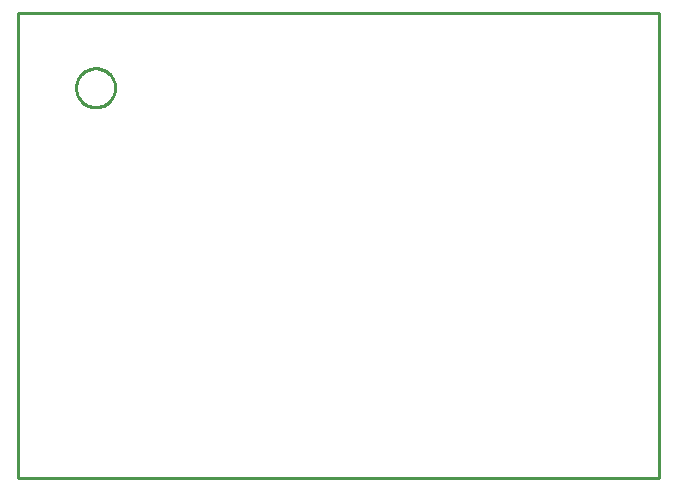
<source format=gbr>
G04 EAGLE Gerber RS-274X export*
G75*
%MOMM*%
%FSLAX34Y34*%
%LPD*%
%IN*%
%IPPOS*%
%AMOC8*
5,1,8,0,0,1.08239X$1,22.5*%
G01*
%ADD10C,0.254000*%


D10*
X76200Y0D02*
X619000Y0D01*
X619000Y393600D01*
X76200Y393600D01*
X76200Y0D01*
X142780Y346710D02*
X143859Y346639D01*
X144931Y346498D01*
X145991Y346287D01*
X147035Y346008D01*
X148059Y345660D01*
X149057Y345246D01*
X150027Y344768D01*
X150963Y344228D01*
X151862Y343627D01*
X152719Y342969D01*
X153532Y342257D01*
X154297Y341492D01*
X155009Y340679D01*
X155667Y339822D01*
X156268Y338923D01*
X156808Y337987D01*
X157286Y337017D01*
X157700Y336019D01*
X158048Y334995D01*
X158327Y333951D01*
X158538Y332891D01*
X158679Y331819D01*
X158750Y330740D01*
X158750Y329660D01*
X158679Y328581D01*
X158538Y327509D01*
X158327Y326449D01*
X158048Y325405D01*
X157700Y324381D01*
X157286Y323383D01*
X156808Y322413D01*
X156268Y321477D01*
X155667Y320578D01*
X155009Y319721D01*
X154297Y318908D01*
X153532Y318144D01*
X152719Y317431D01*
X151862Y316773D01*
X150963Y316172D01*
X150027Y315632D01*
X149057Y315154D01*
X148059Y314740D01*
X147035Y314392D01*
X145991Y314113D01*
X144931Y313902D01*
X143859Y313761D01*
X142780Y313690D01*
X141700Y313690D01*
X140621Y313761D01*
X139549Y313902D01*
X138489Y314113D01*
X137445Y314392D01*
X136421Y314740D01*
X135423Y315154D01*
X134453Y315632D01*
X133517Y316172D01*
X132618Y316773D01*
X131761Y317431D01*
X130948Y318144D01*
X130184Y318908D01*
X129471Y319721D01*
X128813Y320578D01*
X128212Y321477D01*
X127672Y322413D01*
X127194Y323383D01*
X126780Y324381D01*
X126432Y325405D01*
X126153Y326449D01*
X125942Y327509D01*
X125801Y328581D01*
X125730Y329660D01*
X125730Y330740D01*
X125801Y331819D01*
X125942Y332891D01*
X126153Y333951D01*
X126432Y334995D01*
X126780Y336019D01*
X127194Y337017D01*
X127672Y337987D01*
X128212Y338923D01*
X128813Y339822D01*
X129471Y340679D01*
X130184Y341492D01*
X130948Y342257D01*
X131761Y342969D01*
X132618Y343627D01*
X133517Y344228D01*
X134453Y344768D01*
X135423Y345246D01*
X136421Y345660D01*
X137445Y346008D01*
X138489Y346287D01*
X139549Y346498D01*
X140621Y346639D01*
X141700Y346710D01*
X142780Y346710D01*
M02*

</source>
